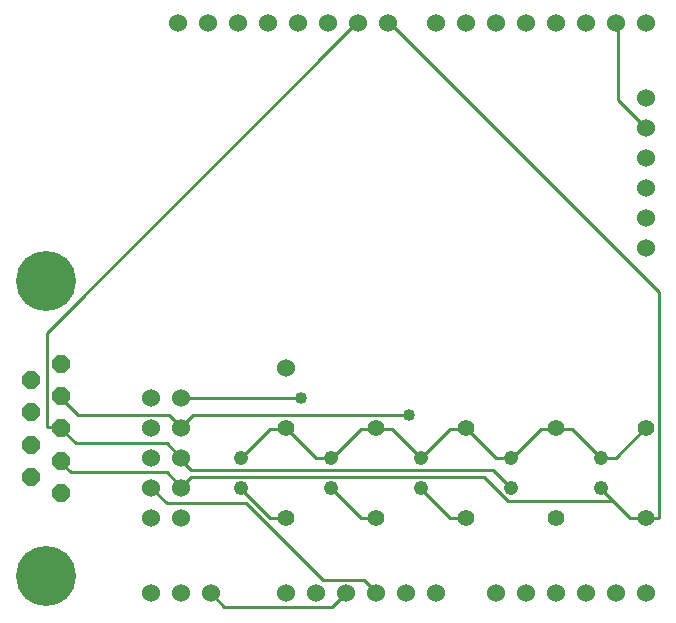
<source format=gbl>
G75*
G70*
%OFA0B0*%
%FSLAX24Y24*%
%IPPOS*%
%LPD*%
%AMOC8*
5,1,8,0,0,1.08239X$1,22.5*
%
%ADD10OC8,0.0600*%
%ADD11C,0.2000*%
%ADD12C,0.0600*%
%ADD13C,0.0476*%
%ADD14C,0.0554*%
%ADD15C,0.0100*%
%ADD16C,0.0400*%
D10*
X006705Y005717D03*
X007705Y006257D03*
X006705Y006797D03*
X007705Y007337D03*
X006705Y007877D03*
X007705Y008417D03*
X006705Y008957D03*
X007705Y009497D03*
X007705Y005177D03*
D11*
X007205Y002407D03*
X007205Y012267D03*
D12*
X010705Y008337D03*
X011705Y008337D03*
X011705Y007337D03*
X010705Y007337D03*
X010705Y006337D03*
X011705Y006337D03*
X011705Y005337D03*
X010705Y005337D03*
X010705Y004337D03*
X011705Y004337D03*
X011705Y001837D03*
X010705Y001837D03*
X012705Y001837D03*
X015205Y001837D03*
X016205Y001837D03*
X017205Y001837D03*
X018205Y001837D03*
X019205Y001837D03*
X020205Y001837D03*
X022205Y001837D03*
X023205Y001837D03*
X024205Y001837D03*
X025205Y001837D03*
X026205Y001837D03*
X027205Y001837D03*
X015205Y009337D03*
X027205Y013337D03*
X027205Y014337D03*
X027205Y015337D03*
X027205Y016337D03*
X027205Y017337D03*
X027205Y018337D03*
X027205Y020837D03*
X026205Y020837D03*
X025205Y020837D03*
X024205Y020837D03*
X023205Y020837D03*
X022205Y020837D03*
X021205Y020837D03*
X020205Y020837D03*
X018605Y020837D03*
X017605Y020837D03*
X016605Y020837D03*
X015605Y020837D03*
X014605Y020837D03*
X013605Y020837D03*
X012605Y020837D03*
X011605Y020837D03*
D13*
X013705Y006337D03*
X013705Y005337D03*
X016705Y005337D03*
X016705Y006337D03*
X019705Y006337D03*
X019705Y005337D03*
X022705Y005337D03*
X022705Y006337D03*
X025705Y006337D03*
X025705Y005337D03*
D14*
X027205Y004337D03*
X024205Y004337D03*
X021205Y004337D03*
X018205Y004337D03*
X015205Y004337D03*
X015205Y007337D03*
X018205Y007337D03*
X021205Y007337D03*
X024205Y007337D03*
X027205Y007337D03*
D15*
X027145Y007317D01*
X026185Y006357D01*
X025705Y006357D01*
X025705Y006337D01*
X025705Y006357D02*
X024745Y007317D01*
X024265Y007317D01*
X024205Y007337D01*
X024185Y007317D01*
X023705Y007317D01*
X022745Y006357D01*
X022705Y006337D01*
X022665Y006357D01*
X022185Y006357D01*
X021205Y007337D01*
X021145Y007317D01*
X020665Y007317D01*
X019705Y006357D01*
X019705Y006337D01*
X019705Y006357D02*
X018745Y007317D01*
X018265Y007317D01*
X018205Y007337D01*
X018185Y007317D01*
X017705Y007317D01*
X016745Y006357D01*
X016705Y006337D01*
X016665Y006357D01*
X016185Y006357D01*
X015205Y007337D01*
X015145Y007317D01*
X014665Y007317D01*
X013705Y006357D01*
X013705Y006337D01*
X013705Y005337D02*
X013705Y005317D01*
X014665Y004357D01*
X015145Y004357D01*
X015205Y004337D01*
X013865Y004837D02*
X016425Y002277D01*
X017785Y002277D01*
X018185Y001877D01*
X018205Y001837D01*
X017205Y001837D02*
X017145Y001797D01*
X016745Y001397D01*
X013145Y001397D01*
X012705Y001837D01*
X013865Y004837D02*
X011225Y004837D01*
X010745Y005317D01*
X010705Y005337D01*
X011225Y005877D02*
X008025Y005877D01*
X007705Y006197D01*
X007705Y006257D01*
X008185Y006837D02*
X011225Y006837D01*
X011705Y006357D01*
X011705Y006337D01*
X011705Y006277D01*
X012025Y005957D01*
X022105Y005957D01*
X022665Y005397D01*
X022705Y005337D01*
X022585Y004917D02*
X026105Y004917D01*
X025705Y005317D01*
X025705Y005337D01*
X026105Y004917D02*
X026665Y004357D01*
X027145Y004357D01*
X027205Y004337D01*
X027225Y004357D01*
X027625Y004357D01*
X027625Y011877D01*
X018665Y020837D01*
X018605Y020837D01*
X017605Y020837D02*
X017545Y020837D01*
X007225Y010517D01*
X007225Y007397D01*
X007705Y007397D01*
X007705Y007337D01*
X007705Y007317D01*
X008185Y006837D01*
X008265Y007797D02*
X011305Y007797D01*
X011705Y007397D01*
X011705Y007337D01*
X011705Y007397D02*
X012105Y007797D01*
X019305Y007797D01*
X021785Y005717D02*
X022585Y004917D01*
X021785Y005717D02*
X012025Y005717D01*
X011705Y005397D01*
X011705Y005337D01*
X011705Y005397D02*
X011225Y005877D01*
X011705Y008337D02*
X011705Y008357D01*
X015705Y008357D01*
X016705Y005337D02*
X016745Y005317D01*
X017705Y004357D01*
X018185Y004357D01*
X018205Y004337D01*
X019705Y005317D02*
X019705Y005337D01*
X019705Y005317D02*
X020665Y004357D01*
X021145Y004357D01*
X021205Y004337D01*
X008265Y007797D02*
X007705Y008357D01*
X007705Y008417D01*
X026265Y018277D02*
X027205Y017337D01*
X026265Y018277D02*
X026265Y020837D01*
X026205Y020837D01*
D16*
X015705Y008357D03*
X019305Y007797D03*
M02*

</source>
